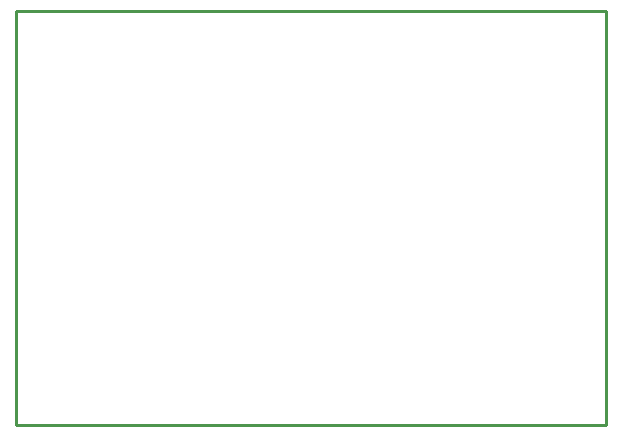
<source format=gko>
G04 Layer: BoardOutlineLayer*
G04 EasyEDA v6.5.23, 2023-05-31 09:28:12*
G04 09e610007bd44921b29e07513bdf5b12,4db1f7442a1f4f30bb2da465e00f2567,10*
G04 Gerber Generator version 0.2*
G04 Scale: 100 percent, Rotated: No, Reflected: No *
G04 Dimensions in millimeters *
G04 leading zeros omitted , absolute positions ,4 integer and 5 decimal *
%FSLAX45Y45*%
%MOMM*%

%ADD10C,0.2540*%
D10*
X700026Y13599919D02*
G01*
X5689600Y13599919D01*
X5689600Y10096500D01*
X700026Y10096500D01*
X700026Y13599919D01*

%LPD*%
M02*

</source>
